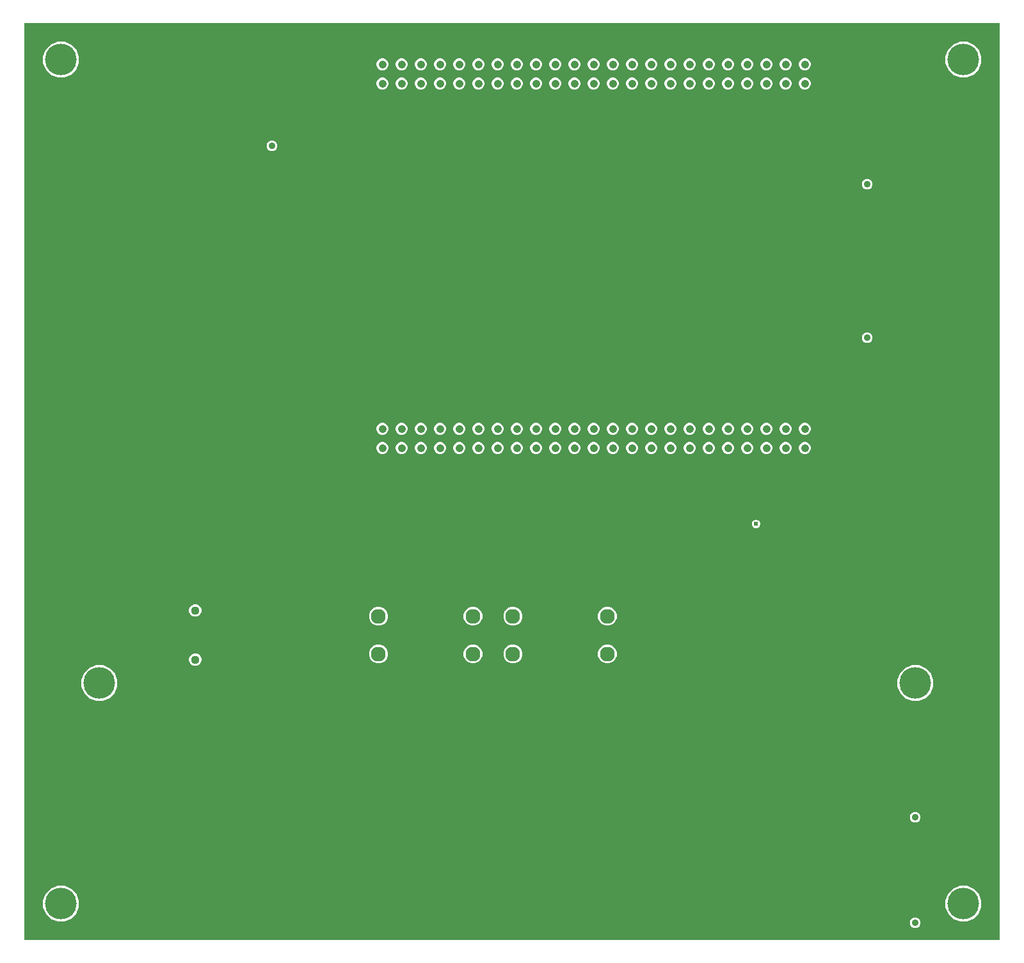
<source format=gbr>
G04 EAGLE Gerber RS-274X export*
G75*
%MOMM*%
%FSLAX34Y34*%
%LPD*%
%INCopper Layer 15*%
%IPPOS*%
%AMOC8*
5,1,8,0,0,1.08239X$1,22.5*%
G01*
%ADD10C,1.066800*%
%ADD11C,0.904800*%
%ADD12C,1.960000*%
%ADD13C,1.120000*%
%ADD14C,4.191000*%
%ADD15C,0.609600*%

G36*
X1292118Y2544D02*
X1292118Y2544D01*
X1292137Y2542D01*
X1292239Y2564D01*
X1292341Y2580D01*
X1292358Y2590D01*
X1292378Y2594D01*
X1292467Y2647D01*
X1292558Y2696D01*
X1292572Y2710D01*
X1292589Y2720D01*
X1292656Y2799D01*
X1292728Y2874D01*
X1292736Y2892D01*
X1292749Y2907D01*
X1292788Y3003D01*
X1292831Y3097D01*
X1292833Y3117D01*
X1292841Y3135D01*
X1292859Y3302D01*
X1292859Y1215898D01*
X1292856Y1215918D01*
X1292858Y1215937D01*
X1292836Y1216039D01*
X1292820Y1216141D01*
X1292810Y1216158D01*
X1292806Y1216178D01*
X1292753Y1216267D01*
X1292704Y1216358D01*
X1292690Y1216372D01*
X1292680Y1216389D01*
X1292601Y1216456D01*
X1292526Y1216528D01*
X1292508Y1216536D01*
X1292493Y1216549D01*
X1292397Y1216588D01*
X1292303Y1216631D01*
X1292283Y1216633D01*
X1292265Y1216641D01*
X1292098Y1216659D01*
X3302Y1216659D01*
X3282Y1216656D01*
X3263Y1216658D01*
X3161Y1216636D01*
X3059Y1216620D01*
X3042Y1216610D01*
X3022Y1216606D01*
X2933Y1216553D01*
X2842Y1216504D01*
X2828Y1216490D01*
X2811Y1216480D01*
X2744Y1216401D01*
X2672Y1216326D01*
X2664Y1216308D01*
X2651Y1216293D01*
X2612Y1216197D01*
X2569Y1216103D01*
X2567Y1216083D01*
X2559Y1216065D01*
X2541Y1215898D01*
X2541Y3302D01*
X2544Y3282D01*
X2542Y3263D01*
X2564Y3161D01*
X2580Y3059D01*
X2590Y3042D01*
X2594Y3022D01*
X2647Y2933D01*
X2696Y2842D01*
X2710Y2828D01*
X2720Y2811D01*
X2799Y2744D01*
X2874Y2672D01*
X2892Y2664D01*
X2907Y2651D01*
X3003Y2612D01*
X3097Y2569D01*
X3117Y2567D01*
X3135Y2559D01*
X3302Y2541D01*
X1292098Y2541D01*
X1292118Y2544D01*
G37*
%LPC*%
G36*
X1239926Y1144904D02*
X1239926Y1144904D01*
X1231291Y1148481D01*
X1224681Y1155091D01*
X1221104Y1163726D01*
X1221104Y1173074D01*
X1224681Y1181709D01*
X1231291Y1188319D01*
X1239926Y1191896D01*
X1249274Y1191896D01*
X1257909Y1188319D01*
X1264519Y1181709D01*
X1268096Y1173074D01*
X1268096Y1163726D01*
X1264519Y1155091D01*
X1257909Y1148481D01*
X1249274Y1144904D01*
X1239926Y1144904D01*
G37*
%LPD*%
%LPC*%
G36*
X46126Y1144904D02*
X46126Y1144904D01*
X37491Y1148481D01*
X30881Y1155091D01*
X27304Y1163726D01*
X27304Y1173074D01*
X30881Y1181709D01*
X37491Y1188319D01*
X46126Y1191896D01*
X55474Y1191896D01*
X64109Y1188319D01*
X70719Y1181709D01*
X74296Y1173074D01*
X74296Y1163726D01*
X70719Y1155091D01*
X64109Y1148481D01*
X55474Y1144904D01*
X46126Y1144904D01*
G37*
%LPD*%
%LPC*%
G36*
X46126Y27304D02*
X46126Y27304D01*
X37491Y30881D01*
X30881Y37491D01*
X27304Y46126D01*
X27304Y55474D01*
X30881Y64109D01*
X37491Y70719D01*
X46126Y74296D01*
X55474Y74296D01*
X64109Y70719D01*
X70719Y64109D01*
X74296Y55474D01*
X74296Y46126D01*
X70719Y37491D01*
X64109Y30881D01*
X55474Y27304D01*
X46126Y27304D01*
G37*
%LPD*%
%LPC*%
G36*
X1239926Y27304D02*
X1239926Y27304D01*
X1231291Y30881D01*
X1224681Y37491D01*
X1221104Y46126D01*
X1221104Y55474D01*
X1224681Y64109D01*
X1231291Y70719D01*
X1239926Y74296D01*
X1249274Y74296D01*
X1257909Y70719D01*
X1264519Y64109D01*
X1268096Y55474D01*
X1268096Y46126D01*
X1264519Y37491D01*
X1257909Y30881D01*
X1249274Y27304D01*
X1239926Y27304D01*
G37*
%LPD*%
%LPC*%
G36*
X96926Y319404D02*
X96926Y319404D01*
X88291Y322981D01*
X81681Y329591D01*
X78104Y338226D01*
X78104Y347574D01*
X81681Y356209D01*
X88291Y362819D01*
X96926Y366396D01*
X106274Y366396D01*
X114909Y362819D01*
X121519Y356209D01*
X125096Y347574D01*
X125096Y338226D01*
X121519Y329591D01*
X114909Y322981D01*
X106274Y319404D01*
X96926Y319404D01*
G37*
%LPD*%
%LPC*%
G36*
X1176426Y319404D02*
X1176426Y319404D01*
X1167791Y322981D01*
X1161181Y329591D01*
X1157604Y338226D01*
X1157604Y347574D01*
X1161181Y356209D01*
X1167791Y362819D01*
X1176426Y366396D01*
X1185774Y366396D01*
X1194409Y362819D01*
X1201019Y356209D01*
X1204596Y347574D01*
X1204596Y338226D01*
X1201019Y329591D01*
X1194409Y322981D01*
X1185774Y319404D01*
X1176426Y319404D01*
G37*
%LPD*%
%LPC*%
G36*
X468445Y369059D02*
X468445Y369059D01*
X463910Y370938D01*
X460438Y374410D01*
X458559Y378945D01*
X458559Y383855D01*
X460438Y388390D01*
X463910Y391862D01*
X468445Y393741D01*
X473355Y393741D01*
X477890Y391862D01*
X481362Y388390D01*
X483241Y383855D01*
X483241Y378945D01*
X481362Y374410D01*
X477890Y370938D01*
X473355Y369059D01*
X468445Y369059D01*
G37*
%LPD*%
%LPC*%
G36*
X468445Y419059D02*
X468445Y419059D01*
X463910Y420938D01*
X460438Y424410D01*
X458559Y428945D01*
X458559Y433855D01*
X460438Y438390D01*
X463910Y441862D01*
X468445Y443741D01*
X473355Y443741D01*
X477890Y441862D01*
X481362Y438390D01*
X483241Y433855D01*
X483241Y428945D01*
X481362Y424410D01*
X477890Y420938D01*
X473355Y419059D01*
X468445Y419059D01*
G37*
%LPD*%
%LPC*%
G36*
X593445Y369059D02*
X593445Y369059D01*
X588910Y370938D01*
X585438Y374410D01*
X583559Y378945D01*
X583559Y383855D01*
X585438Y388390D01*
X588910Y391862D01*
X593445Y393741D01*
X598355Y393741D01*
X602890Y391862D01*
X606362Y388390D01*
X608241Y383855D01*
X608241Y378945D01*
X606362Y374410D01*
X602890Y370938D01*
X598355Y369059D01*
X593445Y369059D01*
G37*
%LPD*%
%LPC*%
G36*
X646245Y369059D02*
X646245Y369059D01*
X641710Y370938D01*
X638238Y374410D01*
X636359Y378945D01*
X636359Y383855D01*
X638238Y388390D01*
X641710Y391862D01*
X646245Y393741D01*
X651155Y393741D01*
X655690Y391862D01*
X659162Y388390D01*
X661041Y383855D01*
X661041Y378945D01*
X659162Y374410D01*
X655690Y370938D01*
X651155Y369059D01*
X646245Y369059D01*
G37*
%LPD*%
%LPC*%
G36*
X771245Y369059D02*
X771245Y369059D01*
X766710Y370938D01*
X763238Y374410D01*
X761359Y378945D01*
X761359Y383855D01*
X763238Y388390D01*
X766710Y391862D01*
X771245Y393741D01*
X776155Y393741D01*
X780690Y391862D01*
X784162Y388390D01*
X786041Y383855D01*
X786041Y378945D01*
X784162Y374410D01*
X780690Y370938D01*
X776155Y369059D01*
X771245Y369059D01*
G37*
%LPD*%
%LPC*%
G36*
X771245Y419059D02*
X771245Y419059D01*
X766710Y420938D01*
X763238Y424410D01*
X761359Y428945D01*
X761359Y433855D01*
X763238Y438390D01*
X766710Y441862D01*
X771245Y443741D01*
X776155Y443741D01*
X780690Y441862D01*
X784162Y438390D01*
X786041Y433855D01*
X786041Y428945D01*
X784162Y424410D01*
X780690Y420938D01*
X776155Y419059D01*
X771245Y419059D01*
G37*
%LPD*%
%LPC*%
G36*
X593445Y419059D02*
X593445Y419059D01*
X588910Y420938D01*
X585438Y424410D01*
X583559Y428945D01*
X583559Y433855D01*
X585438Y438390D01*
X588910Y441862D01*
X593445Y443741D01*
X598355Y443741D01*
X602890Y441862D01*
X606362Y438390D01*
X608241Y433855D01*
X608241Y428945D01*
X606362Y424410D01*
X602890Y420938D01*
X598355Y419059D01*
X593445Y419059D01*
G37*
%LPD*%
%LPC*%
G36*
X646245Y419059D02*
X646245Y419059D01*
X641710Y420938D01*
X638238Y424410D01*
X636359Y428945D01*
X636359Y433855D01*
X638238Y438390D01*
X641710Y441862D01*
X646245Y443741D01*
X651155Y443741D01*
X655690Y441862D01*
X659162Y438390D01*
X661041Y433855D01*
X661041Y428945D01*
X659162Y424410D01*
X655690Y420938D01*
X651155Y419059D01*
X646245Y419059D01*
G37*
%LPD*%
%LPC*%
G36*
X226981Y365759D02*
X226981Y365759D01*
X223989Y366999D01*
X221699Y369289D01*
X220459Y372281D01*
X220459Y375519D01*
X221699Y378511D01*
X223989Y380801D01*
X226981Y382041D01*
X230219Y382041D01*
X233211Y380801D01*
X235501Y378511D01*
X236741Y375519D01*
X236741Y372281D01*
X235501Y369289D01*
X233211Y366999D01*
X230219Y365759D01*
X226981Y365759D01*
G37*
%LPD*%
%LPC*%
G36*
X226981Y430759D02*
X226981Y430759D01*
X223989Y431999D01*
X221699Y434289D01*
X220459Y437281D01*
X220459Y440519D01*
X221699Y443511D01*
X223989Y445801D01*
X226981Y447041D01*
X230219Y447041D01*
X233211Y445801D01*
X235501Y443511D01*
X236741Y440519D01*
X236741Y437281D01*
X235501Y434289D01*
X233211Y431999D01*
X230219Y430759D01*
X226981Y430759D01*
G37*
%LPD*%
%LPC*%
G36*
X728684Y1154175D02*
X728684Y1154175D01*
X725789Y1155374D01*
X723574Y1157589D01*
X722375Y1160484D01*
X722375Y1163616D01*
X723574Y1166511D01*
X725789Y1168726D01*
X728684Y1169925D01*
X731816Y1169925D01*
X734711Y1168726D01*
X736926Y1166511D01*
X738125Y1163616D01*
X738125Y1160484D01*
X736926Y1157589D01*
X734711Y1155374D01*
X731816Y1154175D01*
X728684Y1154175D01*
G37*
%LPD*%
%LPC*%
G36*
X703284Y1154175D02*
X703284Y1154175D01*
X700389Y1155374D01*
X698174Y1157589D01*
X696975Y1160484D01*
X696975Y1163616D01*
X698174Y1166511D01*
X700389Y1168726D01*
X703284Y1169925D01*
X706416Y1169925D01*
X709311Y1168726D01*
X711526Y1166511D01*
X712725Y1163616D01*
X712725Y1160484D01*
X711526Y1157589D01*
X709311Y1155374D01*
X706416Y1154175D01*
X703284Y1154175D01*
G37*
%LPD*%
%LPC*%
G36*
X677884Y1154175D02*
X677884Y1154175D01*
X674989Y1155374D01*
X672774Y1157589D01*
X671575Y1160484D01*
X671575Y1163616D01*
X672774Y1166511D01*
X674989Y1168726D01*
X677884Y1169925D01*
X681016Y1169925D01*
X683911Y1168726D01*
X686126Y1166511D01*
X687325Y1163616D01*
X687325Y1160484D01*
X686126Y1157589D01*
X683911Y1155374D01*
X681016Y1154175D01*
X677884Y1154175D01*
G37*
%LPD*%
%LPC*%
G36*
X652484Y1154175D02*
X652484Y1154175D01*
X649589Y1155374D01*
X647374Y1157589D01*
X646175Y1160484D01*
X646175Y1163616D01*
X647374Y1166511D01*
X649589Y1168726D01*
X652484Y1169925D01*
X655616Y1169925D01*
X658511Y1168726D01*
X660726Y1166511D01*
X661925Y1163616D01*
X661925Y1160484D01*
X660726Y1157589D01*
X658511Y1155374D01*
X655616Y1154175D01*
X652484Y1154175D01*
G37*
%LPD*%
%LPC*%
G36*
X627084Y1154175D02*
X627084Y1154175D01*
X624189Y1155374D01*
X621974Y1157589D01*
X620775Y1160484D01*
X620775Y1163616D01*
X621974Y1166511D01*
X624189Y1168726D01*
X627084Y1169925D01*
X630216Y1169925D01*
X633111Y1168726D01*
X635326Y1166511D01*
X636525Y1163616D01*
X636525Y1160484D01*
X635326Y1157589D01*
X633111Y1155374D01*
X630216Y1154175D01*
X627084Y1154175D01*
G37*
%LPD*%
%LPC*%
G36*
X601684Y1154175D02*
X601684Y1154175D01*
X598789Y1155374D01*
X596574Y1157589D01*
X595375Y1160484D01*
X595375Y1163616D01*
X596574Y1166511D01*
X598789Y1168726D01*
X601684Y1169925D01*
X604816Y1169925D01*
X607711Y1168726D01*
X609926Y1166511D01*
X611125Y1163616D01*
X611125Y1160484D01*
X609926Y1157589D01*
X607711Y1155374D01*
X604816Y1154175D01*
X601684Y1154175D01*
G37*
%LPD*%
%LPC*%
G36*
X576284Y1154175D02*
X576284Y1154175D01*
X573389Y1155374D01*
X571174Y1157589D01*
X569975Y1160484D01*
X569975Y1163616D01*
X571174Y1166511D01*
X573389Y1168726D01*
X576284Y1169925D01*
X579416Y1169925D01*
X582311Y1168726D01*
X584526Y1166511D01*
X585725Y1163616D01*
X585725Y1160484D01*
X584526Y1157589D01*
X582311Y1155374D01*
X579416Y1154175D01*
X576284Y1154175D01*
G37*
%LPD*%
%LPC*%
G36*
X550884Y1154175D02*
X550884Y1154175D01*
X547989Y1155374D01*
X545774Y1157589D01*
X544575Y1160484D01*
X544575Y1163616D01*
X545774Y1166511D01*
X547989Y1168726D01*
X550884Y1169925D01*
X554016Y1169925D01*
X556911Y1168726D01*
X559126Y1166511D01*
X560325Y1163616D01*
X560325Y1160484D01*
X559126Y1157589D01*
X556911Y1155374D01*
X554016Y1154175D01*
X550884Y1154175D01*
G37*
%LPD*%
%LPC*%
G36*
X474684Y1154175D02*
X474684Y1154175D01*
X471789Y1155374D01*
X469574Y1157589D01*
X468375Y1160484D01*
X468375Y1163616D01*
X469574Y1166511D01*
X471789Y1168726D01*
X474684Y1169925D01*
X477816Y1169925D01*
X480711Y1168726D01*
X482926Y1166511D01*
X484125Y1163616D01*
X484125Y1160484D01*
X482926Y1157589D01*
X480711Y1155374D01*
X477816Y1154175D01*
X474684Y1154175D01*
G37*
%LPD*%
%LPC*%
G36*
X1033484Y1128775D02*
X1033484Y1128775D01*
X1030589Y1129974D01*
X1028374Y1132189D01*
X1027175Y1135084D01*
X1027175Y1138216D01*
X1028374Y1141111D01*
X1030589Y1143326D01*
X1033484Y1144525D01*
X1036616Y1144525D01*
X1039511Y1143326D01*
X1041726Y1141111D01*
X1042925Y1138216D01*
X1042925Y1135084D01*
X1041726Y1132189D01*
X1039511Y1129974D01*
X1036616Y1128775D01*
X1033484Y1128775D01*
G37*
%LPD*%
%LPC*%
G36*
X1008084Y1128775D02*
X1008084Y1128775D01*
X1005189Y1129974D01*
X1002974Y1132189D01*
X1001775Y1135084D01*
X1001775Y1138216D01*
X1002974Y1141111D01*
X1005189Y1143326D01*
X1008084Y1144525D01*
X1011216Y1144525D01*
X1014111Y1143326D01*
X1016326Y1141111D01*
X1017525Y1138216D01*
X1017525Y1135084D01*
X1016326Y1132189D01*
X1014111Y1129974D01*
X1011216Y1128775D01*
X1008084Y1128775D01*
G37*
%LPD*%
%LPC*%
G36*
X982684Y1128775D02*
X982684Y1128775D01*
X979789Y1129974D01*
X977574Y1132189D01*
X976375Y1135084D01*
X976375Y1138216D01*
X977574Y1141111D01*
X979789Y1143326D01*
X982684Y1144525D01*
X985816Y1144525D01*
X988711Y1143326D01*
X990926Y1141111D01*
X992125Y1138216D01*
X992125Y1135084D01*
X990926Y1132189D01*
X988711Y1129974D01*
X985816Y1128775D01*
X982684Y1128775D01*
G37*
%LPD*%
%LPC*%
G36*
X957284Y1128775D02*
X957284Y1128775D01*
X954389Y1129974D01*
X952174Y1132189D01*
X950975Y1135084D01*
X950975Y1138216D01*
X952174Y1141111D01*
X954389Y1143326D01*
X957284Y1144525D01*
X960416Y1144525D01*
X963311Y1143326D01*
X965526Y1141111D01*
X966725Y1138216D01*
X966725Y1135084D01*
X965526Y1132189D01*
X963311Y1129974D01*
X960416Y1128775D01*
X957284Y1128775D01*
G37*
%LPD*%
%LPC*%
G36*
X931884Y1128775D02*
X931884Y1128775D01*
X928989Y1129974D01*
X926774Y1132189D01*
X925575Y1135084D01*
X925575Y1138216D01*
X926774Y1141111D01*
X928989Y1143326D01*
X931884Y1144525D01*
X935016Y1144525D01*
X937911Y1143326D01*
X940126Y1141111D01*
X941325Y1138216D01*
X941325Y1135084D01*
X940126Y1132189D01*
X937911Y1129974D01*
X935016Y1128775D01*
X931884Y1128775D01*
G37*
%LPD*%
%LPC*%
G36*
X906484Y1128775D02*
X906484Y1128775D01*
X903589Y1129974D01*
X901374Y1132189D01*
X900175Y1135084D01*
X900175Y1138216D01*
X901374Y1141111D01*
X903589Y1143326D01*
X906484Y1144525D01*
X909616Y1144525D01*
X912511Y1143326D01*
X914726Y1141111D01*
X915925Y1138216D01*
X915925Y1135084D01*
X914726Y1132189D01*
X912511Y1129974D01*
X909616Y1128775D01*
X906484Y1128775D01*
G37*
%LPD*%
%LPC*%
G36*
X881084Y1128775D02*
X881084Y1128775D01*
X878189Y1129974D01*
X875974Y1132189D01*
X874775Y1135084D01*
X874775Y1138216D01*
X875974Y1141111D01*
X878189Y1143326D01*
X881084Y1144525D01*
X884216Y1144525D01*
X887111Y1143326D01*
X889326Y1141111D01*
X890525Y1138216D01*
X890525Y1135084D01*
X889326Y1132189D01*
X887111Y1129974D01*
X884216Y1128775D01*
X881084Y1128775D01*
G37*
%LPD*%
%LPC*%
G36*
X855684Y1128775D02*
X855684Y1128775D01*
X852789Y1129974D01*
X850574Y1132189D01*
X849375Y1135084D01*
X849375Y1138216D01*
X850574Y1141111D01*
X852789Y1143326D01*
X855684Y1144525D01*
X858816Y1144525D01*
X861711Y1143326D01*
X863926Y1141111D01*
X865125Y1138216D01*
X865125Y1135084D01*
X863926Y1132189D01*
X861711Y1129974D01*
X858816Y1128775D01*
X855684Y1128775D01*
G37*
%LPD*%
%LPC*%
G36*
X830284Y1128775D02*
X830284Y1128775D01*
X827389Y1129974D01*
X825174Y1132189D01*
X823975Y1135084D01*
X823975Y1138216D01*
X825174Y1141111D01*
X827389Y1143326D01*
X830284Y1144525D01*
X833416Y1144525D01*
X836311Y1143326D01*
X838526Y1141111D01*
X839725Y1138216D01*
X839725Y1135084D01*
X838526Y1132189D01*
X836311Y1129974D01*
X833416Y1128775D01*
X830284Y1128775D01*
G37*
%LPD*%
%LPC*%
G36*
X804884Y1128775D02*
X804884Y1128775D01*
X801989Y1129974D01*
X799774Y1132189D01*
X798575Y1135084D01*
X798575Y1138216D01*
X799774Y1141111D01*
X801989Y1143326D01*
X804884Y1144525D01*
X808016Y1144525D01*
X810911Y1143326D01*
X813126Y1141111D01*
X814325Y1138216D01*
X814325Y1135084D01*
X813126Y1132189D01*
X810911Y1129974D01*
X808016Y1128775D01*
X804884Y1128775D01*
G37*
%LPD*%
%LPC*%
G36*
X779484Y1128775D02*
X779484Y1128775D01*
X776589Y1129974D01*
X774374Y1132189D01*
X773175Y1135084D01*
X773175Y1138216D01*
X774374Y1141111D01*
X776589Y1143326D01*
X779484Y1144525D01*
X782616Y1144525D01*
X785511Y1143326D01*
X787726Y1141111D01*
X788925Y1138216D01*
X788925Y1135084D01*
X787726Y1132189D01*
X785511Y1129974D01*
X782616Y1128775D01*
X779484Y1128775D01*
G37*
%LPD*%
%LPC*%
G36*
X754084Y1128775D02*
X754084Y1128775D01*
X751189Y1129974D01*
X748974Y1132189D01*
X747775Y1135084D01*
X747775Y1138216D01*
X748974Y1141111D01*
X751189Y1143326D01*
X754084Y1144525D01*
X757216Y1144525D01*
X760111Y1143326D01*
X762326Y1141111D01*
X763525Y1138216D01*
X763525Y1135084D01*
X762326Y1132189D01*
X760111Y1129974D01*
X757216Y1128775D01*
X754084Y1128775D01*
G37*
%LPD*%
%LPC*%
G36*
X728684Y1128775D02*
X728684Y1128775D01*
X725789Y1129974D01*
X723574Y1132189D01*
X722375Y1135084D01*
X722375Y1138216D01*
X723574Y1141111D01*
X725789Y1143326D01*
X728684Y1144525D01*
X731816Y1144525D01*
X734711Y1143326D01*
X736926Y1141111D01*
X738125Y1138216D01*
X738125Y1135084D01*
X736926Y1132189D01*
X734711Y1129974D01*
X731816Y1128775D01*
X728684Y1128775D01*
G37*
%LPD*%
%LPC*%
G36*
X703284Y1128775D02*
X703284Y1128775D01*
X700389Y1129974D01*
X698174Y1132189D01*
X696975Y1135084D01*
X696975Y1138216D01*
X698174Y1141111D01*
X700389Y1143326D01*
X703284Y1144525D01*
X706416Y1144525D01*
X709311Y1143326D01*
X711526Y1141111D01*
X712725Y1138216D01*
X712725Y1135084D01*
X711526Y1132189D01*
X709311Y1129974D01*
X706416Y1128775D01*
X703284Y1128775D01*
G37*
%LPD*%
%LPC*%
G36*
X677884Y1128775D02*
X677884Y1128775D01*
X674989Y1129974D01*
X672774Y1132189D01*
X671575Y1135084D01*
X671575Y1138216D01*
X672774Y1141111D01*
X674989Y1143326D01*
X677884Y1144525D01*
X681016Y1144525D01*
X683911Y1143326D01*
X686126Y1141111D01*
X687325Y1138216D01*
X687325Y1135084D01*
X686126Y1132189D01*
X683911Y1129974D01*
X681016Y1128775D01*
X677884Y1128775D01*
G37*
%LPD*%
%LPC*%
G36*
X652484Y1128775D02*
X652484Y1128775D01*
X649589Y1129974D01*
X647374Y1132189D01*
X646175Y1135084D01*
X646175Y1138216D01*
X647374Y1141111D01*
X649589Y1143326D01*
X652484Y1144525D01*
X655616Y1144525D01*
X658511Y1143326D01*
X660726Y1141111D01*
X661925Y1138216D01*
X661925Y1135084D01*
X660726Y1132189D01*
X658511Y1129974D01*
X655616Y1128775D01*
X652484Y1128775D01*
G37*
%LPD*%
%LPC*%
G36*
X627084Y1128775D02*
X627084Y1128775D01*
X624189Y1129974D01*
X621974Y1132189D01*
X620775Y1135084D01*
X620775Y1138216D01*
X621974Y1141111D01*
X624189Y1143326D01*
X627084Y1144525D01*
X630216Y1144525D01*
X633111Y1143326D01*
X635326Y1141111D01*
X636525Y1138216D01*
X636525Y1135084D01*
X635326Y1132189D01*
X633111Y1129974D01*
X630216Y1128775D01*
X627084Y1128775D01*
G37*
%LPD*%
%LPC*%
G36*
X601684Y1128775D02*
X601684Y1128775D01*
X598789Y1129974D01*
X596574Y1132189D01*
X595375Y1135084D01*
X595375Y1138216D01*
X596574Y1141111D01*
X598789Y1143326D01*
X601684Y1144525D01*
X604816Y1144525D01*
X607711Y1143326D01*
X609926Y1141111D01*
X611125Y1138216D01*
X611125Y1135084D01*
X609926Y1132189D01*
X607711Y1129974D01*
X604816Y1128775D01*
X601684Y1128775D01*
G37*
%LPD*%
%LPC*%
G36*
X576284Y1128775D02*
X576284Y1128775D01*
X573389Y1129974D01*
X571174Y1132189D01*
X569975Y1135084D01*
X569975Y1138216D01*
X571174Y1141111D01*
X573389Y1143326D01*
X576284Y1144525D01*
X579416Y1144525D01*
X582311Y1143326D01*
X584526Y1141111D01*
X585725Y1138216D01*
X585725Y1135084D01*
X584526Y1132189D01*
X582311Y1129974D01*
X579416Y1128775D01*
X576284Y1128775D01*
G37*
%LPD*%
%LPC*%
G36*
X550884Y1128775D02*
X550884Y1128775D01*
X547989Y1129974D01*
X545774Y1132189D01*
X544575Y1135084D01*
X544575Y1138216D01*
X545774Y1141111D01*
X547989Y1143326D01*
X550884Y1144525D01*
X554016Y1144525D01*
X556911Y1143326D01*
X559126Y1141111D01*
X560325Y1138216D01*
X560325Y1135084D01*
X559126Y1132189D01*
X556911Y1129974D01*
X554016Y1128775D01*
X550884Y1128775D01*
G37*
%LPD*%
%LPC*%
G36*
X525484Y1128775D02*
X525484Y1128775D01*
X522589Y1129974D01*
X520374Y1132189D01*
X519175Y1135084D01*
X519175Y1138216D01*
X520374Y1141111D01*
X522589Y1143326D01*
X525484Y1144525D01*
X528616Y1144525D01*
X531511Y1143326D01*
X533726Y1141111D01*
X534925Y1138216D01*
X534925Y1135084D01*
X533726Y1132189D01*
X531511Y1129974D01*
X528616Y1128775D01*
X525484Y1128775D01*
G37*
%LPD*%
%LPC*%
G36*
X500084Y1128775D02*
X500084Y1128775D01*
X497189Y1129974D01*
X494974Y1132189D01*
X493775Y1135084D01*
X493775Y1138216D01*
X494974Y1141111D01*
X497189Y1143326D01*
X500084Y1144525D01*
X503216Y1144525D01*
X506111Y1143326D01*
X508326Y1141111D01*
X509525Y1138216D01*
X509525Y1135084D01*
X508326Y1132189D01*
X506111Y1129974D01*
X503216Y1128775D01*
X500084Y1128775D01*
G37*
%LPD*%
%LPC*%
G36*
X474684Y1128775D02*
X474684Y1128775D01*
X471789Y1129974D01*
X469574Y1132189D01*
X468375Y1135084D01*
X468375Y1138216D01*
X469574Y1141111D01*
X471789Y1143326D01*
X474684Y1144525D01*
X477816Y1144525D01*
X480711Y1143326D01*
X482926Y1141111D01*
X484125Y1138216D01*
X484125Y1135084D01*
X482926Y1132189D01*
X480711Y1129974D01*
X477816Y1128775D01*
X474684Y1128775D01*
G37*
%LPD*%
%LPC*%
G36*
X525484Y1154175D02*
X525484Y1154175D01*
X522589Y1155374D01*
X520374Y1157589D01*
X519175Y1160484D01*
X519175Y1163616D01*
X520374Y1166511D01*
X522589Y1168726D01*
X525484Y1169925D01*
X528616Y1169925D01*
X531511Y1168726D01*
X533726Y1166511D01*
X534925Y1163616D01*
X534925Y1160484D01*
X533726Y1157589D01*
X531511Y1155374D01*
X528616Y1154175D01*
X525484Y1154175D01*
G37*
%LPD*%
%LPC*%
G36*
X500084Y1154175D02*
X500084Y1154175D01*
X497189Y1155374D01*
X494974Y1157589D01*
X493775Y1160484D01*
X493775Y1163616D01*
X494974Y1166511D01*
X497189Y1168726D01*
X500084Y1169925D01*
X503216Y1169925D01*
X506111Y1168726D01*
X508326Y1166511D01*
X509525Y1163616D01*
X509525Y1160484D01*
X508326Y1157589D01*
X506111Y1155374D01*
X503216Y1154175D01*
X500084Y1154175D01*
G37*
%LPD*%
%LPC*%
G36*
X1033484Y1154175D02*
X1033484Y1154175D01*
X1030589Y1155374D01*
X1028374Y1157589D01*
X1027175Y1160484D01*
X1027175Y1163616D01*
X1028374Y1166511D01*
X1030589Y1168726D01*
X1033484Y1169925D01*
X1036616Y1169925D01*
X1039511Y1168726D01*
X1041726Y1166511D01*
X1042925Y1163616D01*
X1042925Y1160484D01*
X1041726Y1157589D01*
X1039511Y1155374D01*
X1036616Y1154175D01*
X1033484Y1154175D01*
G37*
%LPD*%
%LPC*%
G36*
X957284Y671575D02*
X957284Y671575D01*
X954389Y672774D01*
X952174Y674989D01*
X950975Y677884D01*
X950975Y681016D01*
X952174Y683911D01*
X954389Y686126D01*
X957284Y687325D01*
X960416Y687325D01*
X963311Y686126D01*
X965526Y683911D01*
X966725Y681016D01*
X966725Y677884D01*
X965526Y674989D01*
X963311Y672774D01*
X960416Y671575D01*
X957284Y671575D01*
G37*
%LPD*%
%LPC*%
G36*
X931884Y671575D02*
X931884Y671575D01*
X928989Y672774D01*
X926774Y674989D01*
X925575Y677884D01*
X925575Y681016D01*
X926774Y683911D01*
X928989Y686126D01*
X931884Y687325D01*
X935016Y687325D01*
X937911Y686126D01*
X940126Y683911D01*
X941325Y681016D01*
X941325Y677884D01*
X940126Y674989D01*
X937911Y672774D01*
X935016Y671575D01*
X931884Y671575D01*
G37*
%LPD*%
%LPC*%
G36*
X1033484Y671575D02*
X1033484Y671575D01*
X1030589Y672774D01*
X1028374Y674989D01*
X1027175Y677884D01*
X1027175Y681016D01*
X1028374Y683911D01*
X1030589Y686126D01*
X1033484Y687325D01*
X1036616Y687325D01*
X1039511Y686126D01*
X1041726Y683911D01*
X1042925Y681016D01*
X1042925Y677884D01*
X1041726Y674989D01*
X1039511Y672774D01*
X1036616Y671575D01*
X1033484Y671575D01*
G37*
%LPD*%
%LPC*%
G36*
X1008084Y671575D02*
X1008084Y671575D01*
X1005189Y672774D01*
X1002974Y674989D01*
X1001775Y677884D01*
X1001775Y681016D01*
X1002974Y683911D01*
X1005189Y686126D01*
X1008084Y687325D01*
X1011216Y687325D01*
X1014111Y686126D01*
X1016326Y683911D01*
X1017525Y681016D01*
X1017525Y677884D01*
X1016326Y674989D01*
X1014111Y672774D01*
X1011216Y671575D01*
X1008084Y671575D01*
G37*
%LPD*%
%LPC*%
G36*
X982684Y671575D02*
X982684Y671575D01*
X979789Y672774D01*
X977574Y674989D01*
X976375Y677884D01*
X976375Y681016D01*
X977574Y683911D01*
X979789Y686126D01*
X982684Y687325D01*
X985816Y687325D01*
X988711Y686126D01*
X990926Y683911D01*
X992125Y681016D01*
X992125Y677884D01*
X990926Y674989D01*
X988711Y672774D01*
X985816Y671575D01*
X982684Y671575D01*
G37*
%LPD*%
%LPC*%
G36*
X500084Y671575D02*
X500084Y671575D01*
X497189Y672774D01*
X494974Y674989D01*
X493775Y677884D01*
X493775Y681016D01*
X494974Y683911D01*
X497189Y686126D01*
X500084Y687325D01*
X503216Y687325D01*
X506111Y686126D01*
X508326Y683911D01*
X509525Y681016D01*
X509525Y677884D01*
X508326Y674989D01*
X506111Y672774D01*
X503216Y671575D01*
X500084Y671575D01*
G37*
%LPD*%
%LPC*%
G36*
X474684Y671575D02*
X474684Y671575D01*
X471789Y672774D01*
X469574Y674989D01*
X468375Y677884D01*
X468375Y681016D01*
X469574Y683911D01*
X471789Y686126D01*
X474684Y687325D01*
X477816Y687325D01*
X480711Y686126D01*
X482926Y683911D01*
X484125Y681016D01*
X484125Y677884D01*
X482926Y674989D01*
X480711Y672774D01*
X477816Y671575D01*
X474684Y671575D01*
G37*
%LPD*%
%LPC*%
G36*
X906484Y671575D02*
X906484Y671575D01*
X903589Y672774D01*
X901374Y674989D01*
X900175Y677884D01*
X900175Y681016D01*
X901374Y683911D01*
X903589Y686126D01*
X906484Y687325D01*
X909616Y687325D01*
X912511Y686126D01*
X914726Y683911D01*
X915925Y681016D01*
X915925Y677884D01*
X914726Y674989D01*
X912511Y672774D01*
X909616Y671575D01*
X906484Y671575D01*
G37*
%LPD*%
%LPC*%
G36*
X881084Y671575D02*
X881084Y671575D01*
X878189Y672774D01*
X875974Y674989D01*
X874775Y677884D01*
X874775Y681016D01*
X875974Y683911D01*
X878189Y686126D01*
X881084Y687325D01*
X884216Y687325D01*
X887111Y686126D01*
X889326Y683911D01*
X890525Y681016D01*
X890525Y677884D01*
X889326Y674989D01*
X887111Y672774D01*
X884216Y671575D01*
X881084Y671575D01*
G37*
%LPD*%
%LPC*%
G36*
X855684Y671575D02*
X855684Y671575D01*
X852789Y672774D01*
X850574Y674989D01*
X849375Y677884D01*
X849375Y681016D01*
X850574Y683911D01*
X852789Y686126D01*
X855684Y687325D01*
X858816Y687325D01*
X861711Y686126D01*
X863926Y683911D01*
X865125Y681016D01*
X865125Y677884D01*
X863926Y674989D01*
X861711Y672774D01*
X858816Y671575D01*
X855684Y671575D01*
G37*
%LPD*%
%LPC*%
G36*
X830284Y671575D02*
X830284Y671575D01*
X827389Y672774D01*
X825174Y674989D01*
X823975Y677884D01*
X823975Y681016D01*
X825174Y683911D01*
X827389Y686126D01*
X830284Y687325D01*
X833416Y687325D01*
X836311Y686126D01*
X838526Y683911D01*
X839725Y681016D01*
X839725Y677884D01*
X838526Y674989D01*
X836311Y672774D01*
X833416Y671575D01*
X830284Y671575D01*
G37*
%LPD*%
%LPC*%
G36*
X804884Y671575D02*
X804884Y671575D01*
X801989Y672774D01*
X799774Y674989D01*
X798575Y677884D01*
X798575Y681016D01*
X799774Y683911D01*
X801989Y686126D01*
X804884Y687325D01*
X808016Y687325D01*
X810911Y686126D01*
X813126Y683911D01*
X814325Y681016D01*
X814325Y677884D01*
X813126Y674989D01*
X810911Y672774D01*
X808016Y671575D01*
X804884Y671575D01*
G37*
%LPD*%
%LPC*%
G36*
X779484Y671575D02*
X779484Y671575D01*
X776589Y672774D01*
X774374Y674989D01*
X773175Y677884D01*
X773175Y681016D01*
X774374Y683911D01*
X776589Y686126D01*
X779484Y687325D01*
X782616Y687325D01*
X785511Y686126D01*
X787726Y683911D01*
X788925Y681016D01*
X788925Y677884D01*
X787726Y674989D01*
X785511Y672774D01*
X782616Y671575D01*
X779484Y671575D01*
G37*
%LPD*%
%LPC*%
G36*
X754084Y671575D02*
X754084Y671575D01*
X751189Y672774D01*
X748974Y674989D01*
X747775Y677884D01*
X747775Y681016D01*
X748974Y683911D01*
X751189Y686126D01*
X754084Y687325D01*
X757216Y687325D01*
X760111Y686126D01*
X762326Y683911D01*
X763525Y681016D01*
X763525Y677884D01*
X762326Y674989D01*
X760111Y672774D01*
X757216Y671575D01*
X754084Y671575D01*
G37*
%LPD*%
%LPC*%
G36*
X728684Y671575D02*
X728684Y671575D01*
X725789Y672774D01*
X723574Y674989D01*
X722375Y677884D01*
X722375Y681016D01*
X723574Y683911D01*
X725789Y686126D01*
X728684Y687325D01*
X731816Y687325D01*
X734711Y686126D01*
X736926Y683911D01*
X738125Y681016D01*
X738125Y677884D01*
X736926Y674989D01*
X734711Y672774D01*
X731816Y671575D01*
X728684Y671575D01*
G37*
%LPD*%
%LPC*%
G36*
X703284Y671575D02*
X703284Y671575D01*
X700389Y672774D01*
X698174Y674989D01*
X696975Y677884D01*
X696975Y681016D01*
X698174Y683911D01*
X700389Y686126D01*
X703284Y687325D01*
X706416Y687325D01*
X709311Y686126D01*
X711526Y683911D01*
X712725Y681016D01*
X712725Y677884D01*
X711526Y674989D01*
X709311Y672774D01*
X706416Y671575D01*
X703284Y671575D01*
G37*
%LPD*%
%LPC*%
G36*
X677884Y671575D02*
X677884Y671575D01*
X674989Y672774D01*
X672774Y674989D01*
X671575Y677884D01*
X671575Y681016D01*
X672774Y683911D01*
X674989Y686126D01*
X677884Y687325D01*
X681016Y687325D01*
X683911Y686126D01*
X686126Y683911D01*
X687325Y681016D01*
X687325Y677884D01*
X686126Y674989D01*
X683911Y672774D01*
X681016Y671575D01*
X677884Y671575D01*
G37*
%LPD*%
%LPC*%
G36*
X652484Y671575D02*
X652484Y671575D01*
X649589Y672774D01*
X647374Y674989D01*
X646175Y677884D01*
X646175Y681016D01*
X647374Y683911D01*
X649589Y686126D01*
X652484Y687325D01*
X655616Y687325D01*
X658511Y686126D01*
X660726Y683911D01*
X661925Y681016D01*
X661925Y677884D01*
X660726Y674989D01*
X658511Y672774D01*
X655616Y671575D01*
X652484Y671575D01*
G37*
%LPD*%
%LPC*%
G36*
X627084Y671575D02*
X627084Y671575D01*
X624189Y672774D01*
X621974Y674989D01*
X620775Y677884D01*
X620775Y681016D01*
X621974Y683911D01*
X624189Y686126D01*
X627084Y687325D01*
X630216Y687325D01*
X633111Y686126D01*
X635326Y683911D01*
X636525Y681016D01*
X636525Y677884D01*
X635326Y674989D01*
X633111Y672774D01*
X630216Y671575D01*
X627084Y671575D01*
G37*
%LPD*%
%LPC*%
G36*
X601684Y671575D02*
X601684Y671575D01*
X598789Y672774D01*
X596574Y674989D01*
X595375Y677884D01*
X595375Y681016D01*
X596574Y683911D01*
X598789Y686126D01*
X601684Y687325D01*
X604816Y687325D01*
X607711Y686126D01*
X609926Y683911D01*
X611125Y681016D01*
X611125Y677884D01*
X609926Y674989D01*
X607711Y672774D01*
X604816Y671575D01*
X601684Y671575D01*
G37*
%LPD*%
%LPC*%
G36*
X576284Y671575D02*
X576284Y671575D01*
X573389Y672774D01*
X571174Y674989D01*
X569975Y677884D01*
X569975Y681016D01*
X571174Y683911D01*
X573389Y686126D01*
X576284Y687325D01*
X579416Y687325D01*
X582311Y686126D01*
X584526Y683911D01*
X585725Y681016D01*
X585725Y677884D01*
X584526Y674989D01*
X582311Y672774D01*
X579416Y671575D01*
X576284Y671575D01*
G37*
%LPD*%
%LPC*%
G36*
X550884Y671575D02*
X550884Y671575D01*
X547989Y672774D01*
X545774Y674989D01*
X544575Y677884D01*
X544575Y681016D01*
X545774Y683911D01*
X547989Y686126D01*
X550884Y687325D01*
X554016Y687325D01*
X556911Y686126D01*
X559126Y683911D01*
X560325Y681016D01*
X560325Y677884D01*
X559126Y674989D01*
X556911Y672774D01*
X554016Y671575D01*
X550884Y671575D01*
G37*
%LPD*%
%LPC*%
G36*
X525484Y671575D02*
X525484Y671575D01*
X522589Y672774D01*
X520374Y674989D01*
X519175Y677884D01*
X519175Y681016D01*
X520374Y683911D01*
X522589Y686126D01*
X525484Y687325D01*
X528616Y687325D01*
X531511Y686126D01*
X533726Y683911D01*
X534925Y681016D01*
X534925Y677884D01*
X533726Y674989D01*
X531511Y672774D01*
X528616Y671575D01*
X525484Y671575D01*
G37*
%LPD*%
%LPC*%
G36*
X881084Y646175D02*
X881084Y646175D01*
X878189Y647374D01*
X875974Y649589D01*
X874775Y652484D01*
X874775Y655616D01*
X875974Y658511D01*
X878189Y660726D01*
X881084Y661925D01*
X884216Y661925D01*
X887111Y660726D01*
X889326Y658511D01*
X890525Y655616D01*
X890525Y652484D01*
X889326Y649589D01*
X887111Y647374D01*
X884216Y646175D01*
X881084Y646175D01*
G37*
%LPD*%
%LPC*%
G36*
X855684Y646175D02*
X855684Y646175D01*
X852789Y647374D01*
X850574Y649589D01*
X849375Y652484D01*
X849375Y655616D01*
X850574Y658511D01*
X852789Y660726D01*
X855684Y661925D01*
X858816Y661925D01*
X861711Y660726D01*
X863926Y658511D01*
X865125Y655616D01*
X865125Y652484D01*
X863926Y649589D01*
X861711Y647374D01*
X858816Y646175D01*
X855684Y646175D01*
G37*
%LPD*%
%LPC*%
G36*
X1033484Y646175D02*
X1033484Y646175D01*
X1030589Y647374D01*
X1028374Y649589D01*
X1027175Y652484D01*
X1027175Y655616D01*
X1028374Y658511D01*
X1030589Y660726D01*
X1033484Y661925D01*
X1036616Y661925D01*
X1039511Y660726D01*
X1041726Y658511D01*
X1042925Y655616D01*
X1042925Y652484D01*
X1041726Y649589D01*
X1039511Y647374D01*
X1036616Y646175D01*
X1033484Y646175D01*
G37*
%LPD*%
%LPC*%
G36*
X1008084Y646175D02*
X1008084Y646175D01*
X1005189Y647374D01*
X1002974Y649589D01*
X1001775Y652484D01*
X1001775Y655616D01*
X1002974Y658511D01*
X1005189Y660726D01*
X1008084Y661925D01*
X1011216Y661925D01*
X1014111Y660726D01*
X1016326Y658511D01*
X1017525Y655616D01*
X1017525Y652484D01*
X1016326Y649589D01*
X1014111Y647374D01*
X1011216Y646175D01*
X1008084Y646175D01*
G37*
%LPD*%
%LPC*%
G36*
X982684Y646175D02*
X982684Y646175D01*
X979789Y647374D01*
X977574Y649589D01*
X976375Y652484D01*
X976375Y655616D01*
X977574Y658511D01*
X979789Y660726D01*
X982684Y661925D01*
X985816Y661925D01*
X988711Y660726D01*
X990926Y658511D01*
X992125Y655616D01*
X992125Y652484D01*
X990926Y649589D01*
X988711Y647374D01*
X985816Y646175D01*
X982684Y646175D01*
G37*
%LPD*%
%LPC*%
G36*
X957284Y646175D02*
X957284Y646175D01*
X954389Y647374D01*
X952174Y649589D01*
X950975Y652484D01*
X950975Y655616D01*
X952174Y658511D01*
X954389Y660726D01*
X957284Y661925D01*
X960416Y661925D01*
X963311Y660726D01*
X965526Y658511D01*
X966725Y655616D01*
X966725Y652484D01*
X965526Y649589D01*
X963311Y647374D01*
X960416Y646175D01*
X957284Y646175D01*
G37*
%LPD*%
%LPC*%
G36*
X931884Y646175D02*
X931884Y646175D01*
X928989Y647374D01*
X926774Y649589D01*
X925575Y652484D01*
X925575Y655616D01*
X926774Y658511D01*
X928989Y660726D01*
X931884Y661925D01*
X935016Y661925D01*
X937911Y660726D01*
X940126Y658511D01*
X941325Y655616D01*
X941325Y652484D01*
X940126Y649589D01*
X937911Y647374D01*
X935016Y646175D01*
X931884Y646175D01*
G37*
%LPD*%
%LPC*%
G36*
X906484Y646175D02*
X906484Y646175D01*
X903589Y647374D01*
X901374Y649589D01*
X900175Y652484D01*
X900175Y655616D01*
X901374Y658511D01*
X903589Y660726D01*
X906484Y661925D01*
X909616Y661925D01*
X912511Y660726D01*
X914726Y658511D01*
X915925Y655616D01*
X915925Y652484D01*
X914726Y649589D01*
X912511Y647374D01*
X909616Y646175D01*
X906484Y646175D01*
G37*
%LPD*%
%LPC*%
G36*
X500084Y646175D02*
X500084Y646175D01*
X497189Y647374D01*
X494974Y649589D01*
X493775Y652484D01*
X493775Y655616D01*
X494974Y658511D01*
X497189Y660726D01*
X500084Y661925D01*
X503216Y661925D01*
X506111Y660726D01*
X508326Y658511D01*
X509525Y655616D01*
X509525Y652484D01*
X508326Y649589D01*
X506111Y647374D01*
X503216Y646175D01*
X500084Y646175D01*
G37*
%LPD*%
%LPC*%
G36*
X474684Y646175D02*
X474684Y646175D01*
X471789Y647374D01*
X469574Y649589D01*
X468375Y652484D01*
X468375Y655616D01*
X469574Y658511D01*
X471789Y660726D01*
X474684Y661925D01*
X477816Y661925D01*
X480711Y660726D01*
X482926Y658511D01*
X484125Y655616D01*
X484125Y652484D01*
X482926Y649589D01*
X480711Y647374D01*
X477816Y646175D01*
X474684Y646175D01*
G37*
%LPD*%
%LPC*%
G36*
X830284Y646175D02*
X830284Y646175D01*
X827389Y647374D01*
X825174Y649589D01*
X823975Y652484D01*
X823975Y655616D01*
X825174Y658511D01*
X827389Y660726D01*
X830284Y661925D01*
X833416Y661925D01*
X836311Y660726D01*
X838526Y658511D01*
X839725Y655616D01*
X839725Y652484D01*
X838526Y649589D01*
X836311Y647374D01*
X833416Y646175D01*
X830284Y646175D01*
G37*
%LPD*%
%LPC*%
G36*
X804884Y646175D02*
X804884Y646175D01*
X801989Y647374D01*
X799774Y649589D01*
X798575Y652484D01*
X798575Y655616D01*
X799774Y658511D01*
X801989Y660726D01*
X804884Y661925D01*
X808016Y661925D01*
X810911Y660726D01*
X813126Y658511D01*
X814325Y655616D01*
X814325Y652484D01*
X813126Y649589D01*
X810911Y647374D01*
X808016Y646175D01*
X804884Y646175D01*
G37*
%LPD*%
%LPC*%
G36*
X779484Y646175D02*
X779484Y646175D01*
X776589Y647374D01*
X774374Y649589D01*
X773175Y652484D01*
X773175Y655616D01*
X774374Y658511D01*
X776589Y660726D01*
X779484Y661925D01*
X782616Y661925D01*
X785511Y660726D01*
X787726Y658511D01*
X788925Y655616D01*
X788925Y652484D01*
X787726Y649589D01*
X785511Y647374D01*
X782616Y646175D01*
X779484Y646175D01*
G37*
%LPD*%
%LPC*%
G36*
X754084Y646175D02*
X754084Y646175D01*
X751189Y647374D01*
X748974Y649589D01*
X747775Y652484D01*
X747775Y655616D01*
X748974Y658511D01*
X751189Y660726D01*
X754084Y661925D01*
X757216Y661925D01*
X760111Y660726D01*
X762326Y658511D01*
X763525Y655616D01*
X763525Y652484D01*
X762326Y649589D01*
X760111Y647374D01*
X757216Y646175D01*
X754084Y646175D01*
G37*
%LPD*%
%LPC*%
G36*
X728684Y646175D02*
X728684Y646175D01*
X725789Y647374D01*
X723574Y649589D01*
X722375Y652484D01*
X722375Y655616D01*
X723574Y658511D01*
X725789Y660726D01*
X728684Y661925D01*
X731816Y661925D01*
X734711Y660726D01*
X736926Y658511D01*
X738125Y655616D01*
X738125Y652484D01*
X736926Y649589D01*
X734711Y647374D01*
X731816Y646175D01*
X728684Y646175D01*
G37*
%LPD*%
%LPC*%
G36*
X703284Y646175D02*
X703284Y646175D01*
X700389Y647374D01*
X698174Y649589D01*
X696975Y652484D01*
X696975Y655616D01*
X698174Y658511D01*
X700389Y660726D01*
X703284Y661925D01*
X706416Y661925D01*
X709311Y660726D01*
X711526Y658511D01*
X712725Y655616D01*
X712725Y652484D01*
X711526Y649589D01*
X709311Y647374D01*
X706416Y646175D01*
X703284Y646175D01*
G37*
%LPD*%
%LPC*%
G36*
X677884Y646175D02*
X677884Y646175D01*
X674989Y647374D01*
X672774Y649589D01*
X671575Y652484D01*
X671575Y655616D01*
X672774Y658511D01*
X674989Y660726D01*
X677884Y661925D01*
X681016Y661925D01*
X683911Y660726D01*
X686126Y658511D01*
X687325Y655616D01*
X687325Y652484D01*
X686126Y649589D01*
X683911Y647374D01*
X681016Y646175D01*
X677884Y646175D01*
G37*
%LPD*%
%LPC*%
G36*
X652484Y646175D02*
X652484Y646175D01*
X649589Y647374D01*
X647374Y649589D01*
X646175Y652484D01*
X646175Y655616D01*
X647374Y658511D01*
X649589Y660726D01*
X652484Y661925D01*
X655616Y661925D01*
X658511Y660726D01*
X660726Y658511D01*
X661925Y655616D01*
X661925Y652484D01*
X660726Y649589D01*
X658511Y647374D01*
X655616Y646175D01*
X652484Y646175D01*
G37*
%LPD*%
%LPC*%
G36*
X627084Y646175D02*
X627084Y646175D01*
X624189Y647374D01*
X621974Y649589D01*
X620775Y652484D01*
X620775Y655616D01*
X621974Y658511D01*
X624189Y660726D01*
X627084Y661925D01*
X630216Y661925D01*
X633111Y660726D01*
X635326Y658511D01*
X636525Y655616D01*
X636525Y652484D01*
X635326Y649589D01*
X633111Y647374D01*
X630216Y646175D01*
X627084Y646175D01*
G37*
%LPD*%
%LPC*%
G36*
X601684Y646175D02*
X601684Y646175D01*
X598789Y647374D01*
X596574Y649589D01*
X595375Y652484D01*
X595375Y655616D01*
X596574Y658511D01*
X598789Y660726D01*
X601684Y661925D01*
X604816Y661925D01*
X607711Y660726D01*
X609926Y658511D01*
X611125Y655616D01*
X611125Y652484D01*
X609926Y649589D01*
X607711Y647374D01*
X604816Y646175D01*
X601684Y646175D01*
G37*
%LPD*%
%LPC*%
G36*
X576284Y646175D02*
X576284Y646175D01*
X573389Y647374D01*
X571174Y649589D01*
X569975Y652484D01*
X569975Y655616D01*
X571174Y658511D01*
X573389Y660726D01*
X576284Y661925D01*
X579416Y661925D01*
X582311Y660726D01*
X584526Y658511D01*
X585725Y655616D01*
X585725Y652484D01*
X584526Y649589D01*
X582311Y647374D01*
X579416Y646175D01*
X576284Y646175D01*
G37*
%LPD*%
%LPC*%
G36*
X550884Y646175D02*
X550884Y646175D01*
X547989Y647374D01*
X545774Y649589D01*
X544575Y652484D01*
X544575Y655616D01*
X545774Y658511D01*
X547989Y660726D01*
X550884Y661925D01*
X554016Y661925D01*
X556911Y660726D01*
X559126Y658511D01*
X560325Y655616D01*
X560325Y652484D01*
X559126Y649589D01*
X556911Y647374D01*
X554016Y646175D01*
X550884Y646175D01*
G37*
%LPD*%
%LPC*%
G36*
X525484Y646175D02*
X525484Y646175D01*
X522589Y647374D01*
X520374Y649589D01*
X519175Y652484D01*
X519175Y655616D01*
X520374Y658511D01*
X522589Y660726D01*
X525484Y661925D01*
X528616Y661925D01*
X531511Y660726D01*
X533726Y658511D01*
X534925Y655616D01*
X534925Y652484D01*
X533726Y649589D01*
X531511Y647374D01*
X528616Y646175D01*
X525484Y646175D01*
G37*
%LPD*%
%LPC*%
G36*
X1008084Y1154175D02*
X1008084Y1154175D01*
X1005189Y1155374D01*
X1002974Y1157589D01*
X1001775Y1160484D01*
X1001775Y1163616D01*
X1002974Y1166511D01*
X1005189Y1168726D01*
X1008084Y1169925D01*
X1011216Y1169925D01*
X1014111Y1168726D01*
X1016326Y1166511D01*
X1017525Y1163616D01*
X1017525Y1160484D01*
X1016326Y1157589D01*
X1014111Y1155374D01*
X1011216Y1154175D01*
X1008084Y1154175D01*
G37*
%LPD*%
%LPC*%
G36*
X754084Y1154175D02*
X754084Y1154175D01*
X751189Y1155374D01*
X748974Y1157589D01*
X747775Y1160484D01*
X747775Y1163616D01*
X748974Y1166511D01*
X751189Y1168726D01*
X754084Y1169925D01*
X757216Y1169925D01*
X760111Y1168726D01*
X762326Y1166511D01*
X763525Y1163616D01*
X763525Y1160484D01*
X762326Y1157589D01*
X760111Y1155374D01*
X757216Y1154175D01*
X754084Y1154175D01*
G37*
%LPD*%
%LPC*%
G36*
X779484Y1154175D02*
X779484Y1154175D01*
X776589Y1155374D01*
X774374Y1157589D01*
X773175Y1160484D01*
X773175Y1163616D01*
X774374Y1166511D01*
X776589Y1168726D01*
X779484Y1169925D01*
X782616Y1169925D01*
X785511Y1168726D01*
X787726Y1166511D01*
X788925Y1163616D01*
X788925Y1160484D01*
X787726Y1157589D01*
X785511Y1155374D01*
X782616Y1154175D01*
X779484Y1154175D01*
G37*
%LPD*%
%LPC*%
G36*
X804884Y1154175D02*
X804884Y1154175D01*
X801989Y1155374D01*
X799774Y1157589D01*
X798575Y1160484D01*
X798575Y1163616D01*
X799774Y1166511D01*
X801989Y1168726D01*
X804884Y1169925D01*
X808016Y1169925D01*
X810911Y1168726D01*
X813126Y1166511D01*
X814325Y1163616D01*
X814325Y1160484D01*
X813126Y1157589D01*
X810911Y1155374D01*
X808016Y1154175D01*
X804884Y1154175D01*
G37*
%LPD*%
%LPC*%
G36*
X830284Y1154175D02*
X830284Y1154175D01*
X827389Y1155374D01*
X825174Y1157589D01*
X823975Y1160484D01*
X823975Y1163616D01*
X825174Y1166511D01*
X827389Y1168726D01*
X830284Y1169925D01*
X833416Y1169925D01*
X836311Y1168726D01*
X838526Y1166511D01*
X839725Y1163616D01*
X839725Y1160484D01*
X838526Y1157589D01*
X836311Y1155374D01*
X833416Y1154175D01*
X830284Y1154175D01*
G37*
%LPD*%
%LPC*%
G36*
X855684Y1154175D02*
X855684Y1154175D01*
X852789Y1155374D01*
X850574Y1157589D01*
X849375Y1160484D01*
X849375Y1163616D01*
X850574Y1166511D01*
X852789Y1168726D01*
X855684Y1169925D01*
X858816Y1169925D01*
X861711Y1168726D01*
X863926Y1166511D01*
X865125Y1163616D01*
X865125Y1160484D01*
X863926Y1157589D01*
X861711Y1155374D01*
X858816Y1154175D01*
X855684Y1154175D01*
G37*
%LPD*%
%LPC*%
G36*
X881084Y1154175D02*
X881084Y1154175D01*
X878189Y1155374D01*
X875974Y1157589D01*
X874775Y1160484D01*
X874775Y1163616D01*
X875974Y1166511D01*
X878189Y1168726D01*
X881084Y1169925D01*
X884216Y1169925D01*
X887111Y1168726D01*
X889326Y1166511D01*
X890525Y1163616D01*
X890525Y1160484D01*
X889326Y1157589D01*
X887111Y1155374D01*
X884216Y1154175D01*
X881084Y1154175D01*
G37*
%LPD*%
%LPC*%
G36*
X906484Y1154175D02*
X906484Y1154175D01*
X903589Y1155374D01*
X901374Y1157589D01*
X900175Y1160484D01*
X900175Y1163616D01*
X901374Y1166511D01*
X903589Y1168726D01*
X906484Y1169925D01*
X909616Y1169925D01*
X912511Y1168726D01*
X914726Y1166511D01*
X915925Y1163616D01*
X915925Y1160484D01*
X914726Y1157589D01*
X912511Y1155374D01*
X909616Y1154175D01*
X906484Y1154175D01*
G37*
%LPD*%
%LPC*%
G36*
X931884Y1154175D02*
X931884Y1154175D01*
X928989Y1155374D01*
X926774Y1157589D01*
X925575Y1160484D01*
X925575Y1163616D01*
X926774Y1166511D01*
X928989Y1168726D01*
X931884Y1169925D01*
X935016Y1169925D01*
X937911Y1168726D01*
X940126Y1166511D01*
X941325Y1163616D01*
X941325Y1160484D01*
X940126Y1157589D01*
X937911Y1155374D01*
X935016Y1154175D01*
X931884Y1154175D01*
G37*
%LPD*%
%LPC*%
G36*
X957284Y1154175D02*
X957284Y1154175D01*
X954389Y1155374D01*
X952174Y1157589D01*
X950975Y1160484D01*
X950975Y1163616D01*
X952174Y1166511D01*
X954389Y1168726D01*
X957284Y1169925D01*
X960416Y1169925D01*
X963311Y1168726D01*
X965526Y1166511D01*
X966725Y1163616D01*
X966725Y1160484D01*
X965526Y1157589D01*
X963311Y1155374D01*
X960416Y1154175D01*
X957284Y1154175D01*
G37*
%LPD*%
%LPC*%
G36*
X982684Y1154175D02*
X982684Y1154175D01*
X979789Y1155374D01*
X977574Y1157589D01*
X976375Y1160484D01*
X976375Y1163616D01*
X977574Y1166511D01*
X979789Y1168726D01*
X982684Y1169925D01*
X985816Y1169925D01*
X988711Y1168726D01*
X990926Y1166511D01*
X992125Y1163616D01*
X992125Y1160484D01*
X990926Y1157589D01*
X988711Y1155374D01*
X985816Y1154175D01*
X982684Y1154175D01*
G37*
%LPD*%
%LPC*%
G36*
X1116195Y793035D02*
X1116195Y793035D01*
X1113598Y794111D01*
X1111611Y796098D01*
X1110535Y798695D01*
X1110535Y801505D01*
X1111611Y804102D01*
X1113598Y806089D01*
X1116195Y807165D01*
X1119005Y807165D01*
X1121602Y806089D01*
X1123589Y804102D01*
X1124665Y801505D01*
X1124665Y798695D01*
X1123589Y796098D01*
X1121602Y794111D01*
X1119005Y793035D01*
X1116195Y793035D01*
G37*
%LPD*%
%LPC*%
G36*
X1179695Y158035D02*
X1179695Y158035D01*
X1177098Y159111D01*
X1175111Y161098D01*
X1174035Y163695D01*
X1174035Y166505D01*
X1175111Y169102D01*
X1177098Y171089D01*
X1179695Y172165D01*
X1182505Y172165D01*
X1185102Y171089D01*
X1187089Y169102D01*
X1188165Y166505D01*
X1188165Y163695D01*
X1187089Y161098D01*
X1185102Y159111D01*
X1182505Y158035D01*
X1179695Y158035D01*
G37*
%LPD*%
%LPC*%
G36*
X1116195Y996235D02*
X1116195Y996235D01*
X1113598Y997311D01*
X1111611Y999298D01*
X1110535Y1001895D01*
X1110535Y1004705D01*
X1111611Y1007302D01*
X1113598Y1009289D01*
X1116195Y1010365D01*
X1119005Y1010365D01*
X1121602Y1009289D01*
X1123589Y1007302D01*
X1124665Y1004705D01*
X1124665Y1001895D01*
X1123589Y999298D01*
X1121602Y997311D01*
X1119005Y996235D01*
X1116195Y996235D01*
G37*
%LPD*%
%LPC*%
G36*
X328795Y1047035D02*
X328795Y1047035D01*
X326198Y1048111D01*
X324211Y1050098D01*
X323135Y1052695D01*
X323135Y1055505D01*
X324211Y1058102D01*
X326198Y1060089D01*
X328795Y1061165D01*
X331605Y1061165D01*
X334202Y1060089D01*
X336189Y1058102D01*
X337265Y1055505D01*
X337265Y1052695D01*
X336189Y1050098D01*
X334202Y1048111D01*
X331605Y1047035D01*
X328795Y1047035D01*
G37*
%LPD*%
%LPC*%
G36*
X1179695Y18335D02*
X1179695Y18335D01*
X1177098Y19411D01*
X1175111Y21398D01*
X1174035Y23995D01*
X1174035Y26805D01*
X1175111Y29402D01*
X1177098Y31389D01*
X1179695Y32465D01*
X1182505Y32465D01*
X1185102Y31389D01*
X1187089Y29402D01*
X1188165Y26805D01*
X1188165Y23995D01*
X1187089Y21398D01*
X1185102Y19411D01*
X1182505Y18335D01*
X1179695Y18335D01*
G37*
%LPD*%
%LPC*%
G36*
X969168Y548131D02*
X969168Y548131D01*
X967114Y548982D01*
X965542Y550554D01*
X964691Y552608D01*
X964691Y554832D01*
X965542Y556886D01*
X967114Y558458D01*
X969168Y559309D01*
X971392Y559309D01*
X973446Y558458D01*
X975018Y556886D01*
X975869Y554832D01*
X975869Y552608D01*
X975018Y550554D01*
X973446Y548982D01*
X971392Y548131D01*
X969168Y548131D01*
G37*
%LPD*%
D10*
X476250Y1136650D03*
X476250Y1162050D03*
X501650Y1136650D03*
X501650Y1162050D03*
X527050Y1136650D03*
X527050Y1162050D03*
X552450Y1136650D03*
X552450Y1162050D03*
X577850Y1136650D03*
X577850Y1162050D03*
X603250Y1136650D03*
X603250Y1162050D03*
X628650Y1136650D03*
X628650Y1162050D03*
X654050Y1136650D03*
X654050Y1162050D03*
X679450Y1136650D03*
X679450Y1162050D03*
X704850Y1136650D03*
X704850Y1162050D03*
X730250Y1136650D03*
X730250Y1162050D03*
X755650Y1136650D03*
X755650Y1162050D03*
X781050Y1136650D03*
X781050Y1162050D03*
X806450Y1136650D03*
X806450Y1162050D03*
X831850Y1136650D03*
X831850Y1162050D03*
X857250Y1136650D03*
X857250Y1162050D03*
X882650Y1136650D03*
X882650Y1162050D03*
X908050Y1136650D03*
X908050Y1162050D03*
X933450Y1136650D03*
X933450Y1162050D03*
X958850Y1136650D03*
X958850Y1162050D03*
X984250Y1136650D03*
X984250Y1162050D03*
X1009650Y1136650D03*
X1009650Y1162050D03*
X1035050Y1136650D03*
X1035050Y1162050D03*
X476250Y654050D03*
X476250Y679450D03*
X501650Y654050D03*
X501650Y679450D03*
X527050Y654050D03*
X527050Y679450D03*
X552450Y654050D03*
X552450Y679450D03*
X577850Y654050D03*
X577850Y679450D03*
X603250Y654050D03*
X603250Y679450D03*
X628650Y654050D03*
X628650Y679450D03*
X654050Y654050D03*
X654050Y679450D03*
X679450Y654050D03*
X679450Y679450D03*
X704850Y654050D03*
X704850Y679450D03*
X730250Y654050D03*
X730250Y679450D03*
X755650Y654050D03*
X755650Y679450D03*
X781050Y654050D03*
X781050Y679450D03*
X806450Y654050D03*
X806450Y679450D03*
X831850Y654050D03*
X831850Y679450D03*
X857250Y654050D03*
X857250Y679450D03*
X882650Y654050D03*
X882650Y679450D03*
X908050Y654050D03*
X908050Y679450D03*
X933450Y654050D03*
X933450Y679450D03*
X958850Y654050D03*
X958850Y679450D03*
X984250Y654050D03*
X984250Y679450D03*
X1009650Y654050D03*
X1009650Y679450D03*
X1035050Y654050D03*
X1035050Y679450D03*
D11*
X330200Y1054100D03*
X1117600Y1003300D03*
X1117600Y800100D03*
X1181100Y165100D03*
X1181100Y25400D03*
D12*
X595900Y431400D03*
X595900Y381400D03*
X470900Y381400D03*
X470900Y431400D03*
X773700Y431400D03*
X773700Y381400D03*
X648700Y381400D03*
X648700Y431400D03*
D13*
X228600Y438900D03*
X228600Y373900D03*
D14*
X1181100Y342900D03*
X101600Y342900D03*
X50800Y50800D03*
X1244600Y50800D03*
X50800Y1168400D03*
X1244600Y1168400D03*
D15*
X970280Y553720D03*
X330200Y414020D03*
X375920Y459740D03*
M02*

</source>
